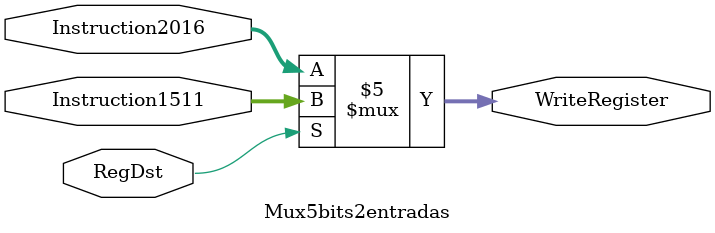
<source format=v>
`timescale 1ns / 1ps
module Mux5bits2entradas(
    input RegDst,
    output reg [4:0] WriteRegister,
    input [4:0] Instruction2016,
    input [4:0] Instruction1511
    );

	initial begin WriteRegister = 5'b0; end

	always @ (*) begin
		if (~RegDst)
			WriteRegister = Instruction2016;
		else
			WriteRegister = Instruction1511;
	end
	

endmodule

</source>
